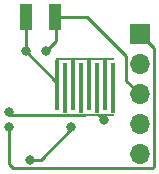
<source format=gbl>
G04 #@! TF.GenerationSoftware,KiCad,Pcbnew,7.0.9*
G04 #@! TF.CreationDate,2023-11-12T22:26:40-08:00*
G04 #@! TF.ProjectId,TimeRecordingButton,54696d65-5265-4636-9f72-64696e674275,rev?*
G04 #@! TF.SameCoordinates,Original*
G04 #@! TF.FileFunction,Copper,L2,Bot*
G04 #@! TF.FilePolarity,Positive*
%FSLAX46Y46*%
G04 Gerber Fmt 4.6, Leading zero omitted, Abs format (unit mm)*
G04 Created by KiCad (PCBNEW 7.0.9) date 2023-11-12 22:26:40*
%MOMM*%
%LPD*%
G01*
G04 APERTURE LIST*
G04 #@! TA.AperFunction,SMDPad,CuDef*
%ADD10R,0.333300X4.300000*%
G04 #@! TD*
G04 #@! TA.AperFunction,SMDPad,CuDef*
%ADD11R,5.000000X0.250000*%
G04 #@! TD*
G04 #@! TA.AperFunction,SMDPad,CuDef*
%ADD12R,0.333300X4.300100*%
G04 #@! TD*
G04 #@! TA.AperFunction,SMDPad,CuDef*
%ADD13R,1.000000X2.250000*%
G04 #@! TD*
G04 #@! TA.AperFunction,ComponentPad*
%ADD14R,1.700000X1.700000*%
G04 #@! TD*
G04 #@! TA.AperFunction,ComponentPad*
%ADD15O,1.700000X1.700000*%
G04 #@! TD*
G04 #@! TA.AperFunction,ViaPad*
%ADD16C,0.800000*%
G04 #@! TD*
G04 #@! TA.AperFunction,Conductor*
%ADD17C,0.250000*%
G04 #@! TD*
G04 APERTURE END LIST*
D10*
X109823400Y-108995000D03*
X108490000Y-108995000D03*
D11*
X108156700Y-106745000D03*
D10*
X107156700Y-108995000D03*
X105823400Y-108995000D03*
X110490000Y-109220000D03*
D12*
X109156700Y-109220000D03*
D11*
X108156700Y-111495000D03*
D12*
X107823400Y-109220000D03*
X106490000Y-109220000D03*
D13*
X103150284Y-103205284D03*
X105650284Y-103205284D03*
D14*
X112812304Y-104694022D03*
D15*
X112812304Y-107234022D03*
X112812304Y-109774022D03*
X112812304Y-112314022D03*
X112812304Y-114854022D03*
D16*
X109735485Y-111962963D03*
X103144204Y-106086036D03*
X104869204Y-106086036D03*
X106980422Y-112563636D03*
X103498616Y-115304522D03*
X101677426Y-111293636D03*
X101677426Y-112563636D03*
D17*
X109267522Y-111495000D02*
X109735485Y-111962963D01*
X101878790Y-111495000D02*
X108156700Y-111495000D01*
X101677426Y-111293636D02*
X101878790Y-111495000D01*
X103144204Y-106086036D02*
X105823400Y-108765232D01*
X103150284Y-103205284D02*
X103150284Y-106079956D01*
X103150284Y-106079956D02*
X103144204Y-106086036D01*
X108285284Y-103205284D02*
X111637304Y-106557304D01*
X104869204Y-106086036D02*
X105697678Y-105257562D01*
X105697678Y-105257562D02*
X105697678Y-103252678D01*
X105650284Y-103205284D02*
X108285284Y-103205284D01*
X111637304Y-108599022D02*
X112812304Y-109774022D01*
X111637304Y-106557304D02*
X111637304Y-108599022D01*
X104405478Y-115304522D02*
X103498616Y-115304522D01*
X106980422Y-112729578D02*
X104405478Y-115304522D01*
X106980422Y-112563636D02*
X106980422Y-112729578D01*
X101677426Y-115647426D02*
X101677426Y-112563636D01*
X113987304Y-105869022D02*
X113987304Y-115882696D01*
X113840978Y-116029022D02*
X102059022Y-116029022D01*
X113987304Y-115882696D02*
X113840978Y-116029022D01*
X102059022Y-116029022D02*
X101677426Y-115647426D01*
X112812304Y-104694022D02*
X113987304Y-105869022D01*
M02*

</source>
